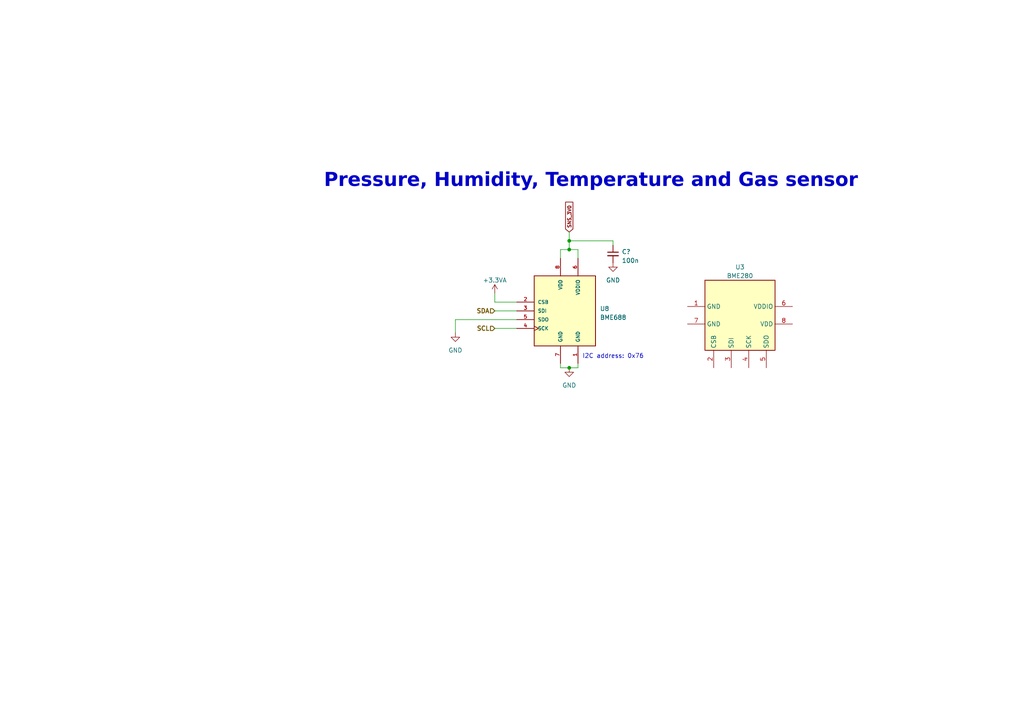
<source format=kicad_sch>
(kicad_sch (version 20230121) (generator eeschema)
  (paper "A4")
  (lib_symbols
    (symbol "Device:C_Small" (pin_numbers hide) (pin_names (offset 0.254) hide)
      (property "Reference" "C" (at 0.254 1.778 0))
      (property "Value" "C_Small" (at 0.254 -2.032 0))
      (symbol "C_Small_0_1"
        (polyline (pts (xy -1.524 -0.508) (xy 1.524 -0.508)) (stroke (width 0.3302)))
        (polyline (pts (xy -1.524 0.508) (xy 1.524 0.508)) (stroke (width 0.3048)))
      )
      (symbol "C_Small_1_1"
        (pin passive line (at 0 2.54 270) (length 2.032) (name "~") (number "1"))
        (pin passive line (at 0 -2.54 90) (length 2.032) (name "~") (number "2"))
      )
    )
    (symbol "GCL_Integrated-Circuits:BME688" (pin_names (offset 1.016))
      (property "Reference" "U" (at -7.62 12.7 0))
      (property "Value" "BME688" (at -12.7 10.16 0))
      (symbol "BME688_0_0"
        (rectangle (start -7.62 10.16) (end 10.16 -10.16) (stroke (width 0.254)) (fill (type background)))
        (pin power_in line (at -2.54 -15.24 90) (length 5.08) (name "GND") (number "1"))
        (pin input line (at 15.24 2.54 180) (length 5.08) (name "CSB") (number "2"))
        (pin bidirectional line (at 15.24 0 180) (length 5.08) (name "SDI") (number "3"))
        (pin input clock (at 15.24 -5.08 180) (length 5.08) (name "SCK") (number "4"))
        (pin bidirectional line (at 15.24 -2.54 180) (length 5.08) (name "SDO") (number "5"))
        (pin power_in line (at -2.54 15.24 270) (length 5.08) (name "VDDIO") (number "6"))
        (pin power_in line (at 2.54 -15.24 90) (length 5.08) (name "GND") (number "7"))
        (pin power_in line (at 2.54 15.24 270) (length 5.08) (name "VDD") (number "8"))
      )
    )
    (symbol "Sensor:BME280"
      (property "Reference" "U" (at -8.89 11.43 0))
      (property "Value" "BME280" (at 7.62 11.43 0))
      (symbol "BME280_0_1"
        (rectangle (start -10.16 10.16) (end 10.16 -10.16) (stroke (width 0.254)) (fill (type background)))
      )
      (symbol "BME280_1_1"
        (pin power_in line (at -2.54 -15.24 90) (length 5.08) (name "GND") (number "1"))
        (pin input line (at 15.24 -7.62 180) (length 5.08) (name "CSB") (number "2"))
        (pin bidirectional line (at 15.24 -2.54 180) (length 5.08) (name "SDI") (number "3"))
        (pin input line (at 15.24 2.54 180) (length 5.08) (name "SCK") (number "4"))
        (pin bidirectional line (at 15.24 7.62 180) (length 5.08) (name "SDO") (number "5"))
        (pin power_in line (at -2.54 15.24 270) (length 5.08) (name "VDDIO") (number "6"))
        (pin power_in line (at 2.54 -15.24 90) (length 5.08) (name "GND") (number "7"))
        (pin power_in line (at 2.54 15.24 270) (length 5.08) (name "VDD") (number "8"))
      )
    )
    (symbol "power:+3.3VA" (power) (pin_names (offset 0))
      (property "Value" "+3.3VA" (at 0 3.556 0))
      (symbol "+3.3VA_0_1"
        (polyline (pts (xy -0.762 1.27) (xy 0 2.54)))
        (polyline (pts (xy 0 0) (xy 0 2.54)))
        (polyline (pts (xy 0 2.54) (xy 0.762 1.27)))
      )
      (symbol "+3.3VA_1_1"
        (pin power_in line (at 0 0 90) (length 0) hide (name "+3.3VA") (number "1"))
      )
    )
    (symbol "power:GND" (power) (pin_names (offset 0))
      (property "Value" "GND" (at 0 -3.81 0))
      (symbol "GND_0_1"
        (polyline (pts (xy 0 0) (xy 0 -1.27) (xy 1.27 -1.27) (xy 0 -2.54) (xy -1.27 -1.27) (xy 0 -1.27)))
      )
      (symbol "GND_1_1"
        (pin power_in line (at 0 0 270) (length 0) hide (name "GND") (number "1"))
      )
    )
  )
  (junction (at 165.1 106.68))
  (junction (at 165.1 69.85))
  (junction (at 165.1 72.39))
  (wire (pts (xy 132.08 92.71) (xy 132.08 96.52)))
  (wire (pts (xy 162.56 72.39) (xy 165.1 72.39)))
  (wire (pts (xy 162.56 106.68) (xy 165.1 106.68)))
  (wire (pts (xy 165.1 72.39) (xy 167.64 72.39)))
  (wire (pts (xy 167.64 105.41) (xy 167.64 106.68)))
  (wire (pts (xy 162.56 105.41) (xy 162.56 106.68)))
  (wire (pts (xy 177.8 69.85) (xy 165.1 69.85)))
  (wire (pts (xy 167.64 72.39) (xy 167.64 74.93)))
  (wire (pts (xy 165.1 106.68) (xy 167.64 106.68)))
  (wire (pts (xy 165.1 69.85) (xy 165.1 72.39)))
  (wire (pts (xy 143.51 85.09) (xy 143.51 87.63)))
  (wire (pts (xy 132.08 92.71) (xy 149.86 92.71)))
  (wire (pts (xy 143.51 87.63) (xy 149.86 87.63)))
  (wire (pts (xy 177.8 71.12) (xy 177.8 69.85)))
  (wire (pts (xy 143.51 90.17) (xy 149.86 90.17)))
  (wire (pts (xy 162.56 72.39) (xy 162.56 74.93)))
  (wire (pts (xy 149.86 95.25) (xy 143.51 95.25)))
  (wire (pts (xy 165.1 67.31) (xy 165.1 69.85)))
  (text "Pressure, Humidity, Temperature and Gas sensor" (at 93.98 55.88 0) (effects (font (size 4 4) bold) (justify left bottom)))
  (text "I2C address: 0x76" (at 168.91 104.14 0) (effects (font (size 1.27 1.27)) (justify left bottom)))
  (global_label "SNS_3V0" (shape input) (at 165.1 67.31 90) (effects (font (size 1 1) bold)) (property "Intersheetrefs" "${INTERSHEET_REFS}" (effects hide)))
  (hierarchical_label "SCL" (shape input) (at 143.51 95.25 180) (effects (font bold)))
  (hierarchical_label "SDA" (shape input) (at 143.51 90.17 180) (effects (font bold)))
  (symbol (lib_id "Sensor:BME280") (at 214.63 91.44 270) (unit 1)
    (property "Reference" "U3" (at 214.63 77.47 90))
    (property "Value" "BME280" (at 214.63 80.01 90))
    (property "Footprint" "Package_LGA:Bosch_LGA-8_2.5x2.5mm_P0.65mm_ClockwisePinNumbering" (effects hide))
    (property "Datasheet" "https://www.bosch-sensortec.com/media/boschsensortec/downloads/datasheets/bst-bme280-ds002.pdf" (effects hide))
  )
  (symbol (lib_id "power:+3.3VA") (at 143.51 85.09 0) (unit 1)
    (property "Reference" "#PWR067" (effects hide))
    (property "Value" "+3.3VA" (at 143.51 81.28 0))
    (instances (project "THINGY_2.0" (path "" (reference "#PWR067") (unit 1)) (path "" (reference "#PWR072") (unit 1)) (path "" (reference "#PWR086") (unit 1))))
  )
  (symbol (lib_id "Device:C_Small") (at 177.8 73.66 0) (unit 1)
    (property "Reference" "C?" (at 180.34 73.0313 0) (effects (justify left)))
    (property "Value" "100n" (at 180.34 75.5713 0) (effects (justify left)))
    (property "Footprint" "Capacitor_SMD:C_0402_1005Metric" (effects hide))
    (instances (project "THINGY_2.0" (path "" (reference "C?") (unit 1)) (path "" (reference "C?") (unit 1)) (path "" (reference "C38") (unit 1))))
  )
  (symbol (lib_id "power:GND") (at 165.1 106.68 0) (unit 1)
    (property "Reference" "#PWR069" (effects hide))
    (property "Value" "GND" (at 165.1 111.76 0))
    (instances (project "THINGY_2.0" (path "" (reference "#PWR069") (unit 1)) (path "" (reference "#PWR074") (unit 1)) (path "" (reference "#PWR085") (unit 1))))
  )
  (symbol (lib_id "GCL_Integrated-Circuits:BME688") (at 165.1 90.17 0) (mirror y) (unit 1)
    (property "Reference" "U8" (at 173.99 89.535 0) (effects (justify right)))
    (property "Value" "BME688" (at 173.99 92.075 0) (effects (justify right)))
    (property "Footprint" "greencharge-footprints:IC_BME688" (effects hide))
    (property "PARTREV" "1.0" (effects hide))
    (property "MANUFACTURER" "BOSCH" (effects hide))
    (property "MAXIMUM_PACKAGE_HEIGHT" "1.0 mm" (effects hide))
    (property "STANDARD" "Manufacturer recommendations" (effects hide))
  )
  (symbol (lib_id "power:GND") (at 177.8 76.2 0) (unit 1)
    (property "Reference" "#PWR069" (effects hide))
    (property "Value" "GND" (at 177.8 81.28 0))
    (instances (project "THINGY_2.0" (path "" (reference "#PWR069") (unit 1)) (path "" (reference "#PWR074") (unit 1)) (path "" (reference "#PWR082") (unit 1))))
  )
  (symbol (lib_id "power:GND") (at 132.08 96.52 0) (unit 1)
    (property "Reference" "#PWR069" (effects hide))
    (property "Value" "GND" (at 132.08 101.6 0))
    (instances (project "THINGY_2.0" (path "" (reference "#PWR069") (unit 1)) (path "" (reference "#PWR074") (unit 1)) (path "" (reference "#PWR087") (unit 1))))
  )
)
</source>
